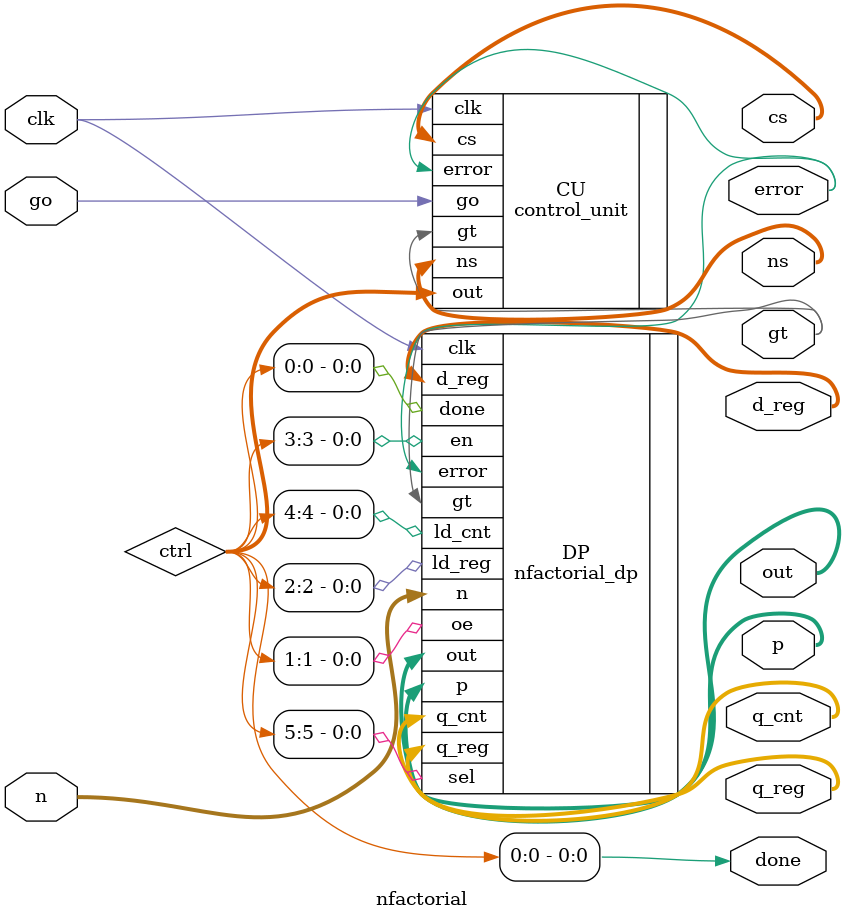
<source format=v>

module nfactorial(
      input clk,
      input go,
      input [3:0] n,
      output done,
      output error,
      output [31:0]out,
      //Troubleshooting variables
      output [31:0] q_cnt,
      output [31:0] q_reg,
      output [31:0] d_reg,
      output [31:0] p,
      output [1:0] ns,
      output [1:0] cs,
      output gt
    );

    wire [5:0] ctrl;
    //wire [1:0] ns,cs;
    //wire gt;
    
    assign done = ctrl[0];

    nfactorial_dp DP(
      .clk      (clk),
      .sel      (ctrl[5]), 
      .ld_cnt   (ctrl[4]),
      .en       (ctrl[3]),
      .ld_reg   (ctrl[2]),
      .oe       (ctrl[1]),
      .done     (ctrl[0]),
      .n        (n),
      .gt       (gt),
      .error    (error),
       //outputs used for verification
      .q_cnt    (q_cnt),
      .q_reg    (q_reg),
      .d_reg    (d_reg),
      .p        (p),
      .out      (out)    
    );
    
    control_unit CU(
      .clk      (clk), 
      .go       (go), 
      .gt       (gt),
      .error    (error),
      .out      (ctrl),
      .ns       (ns),
      .cs       (cs)
    );

endmodule
</source>
